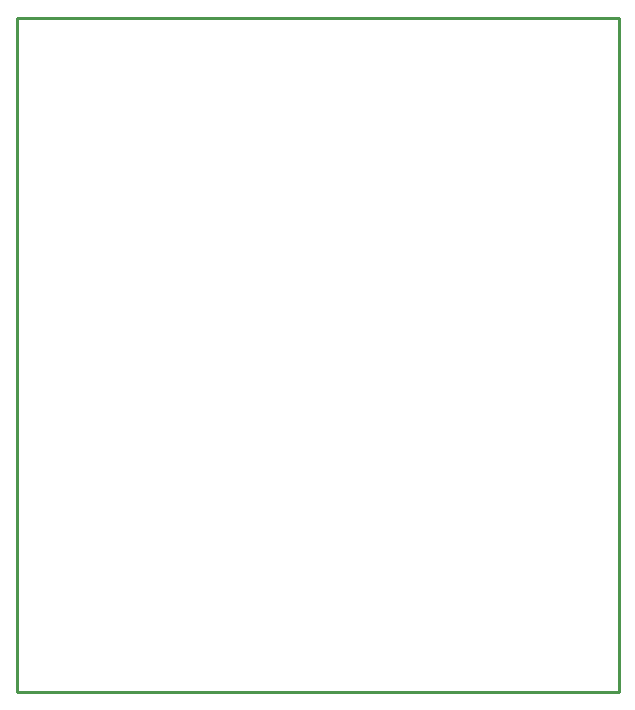
<source format=gko>
%FSTAX23Y23*%
%MOIN*%
%SFA1B1*%

%IPPOS*%
%ADD14C,0.010000*%
%LNmain-1*%
%LPD*%
G54D14*
X00866Y00944D02*
X02874D01*
Y03188*
X00866D02*
X02874D01*
X00866Y00944D02*
Y03188D01*
M02*
</source>
